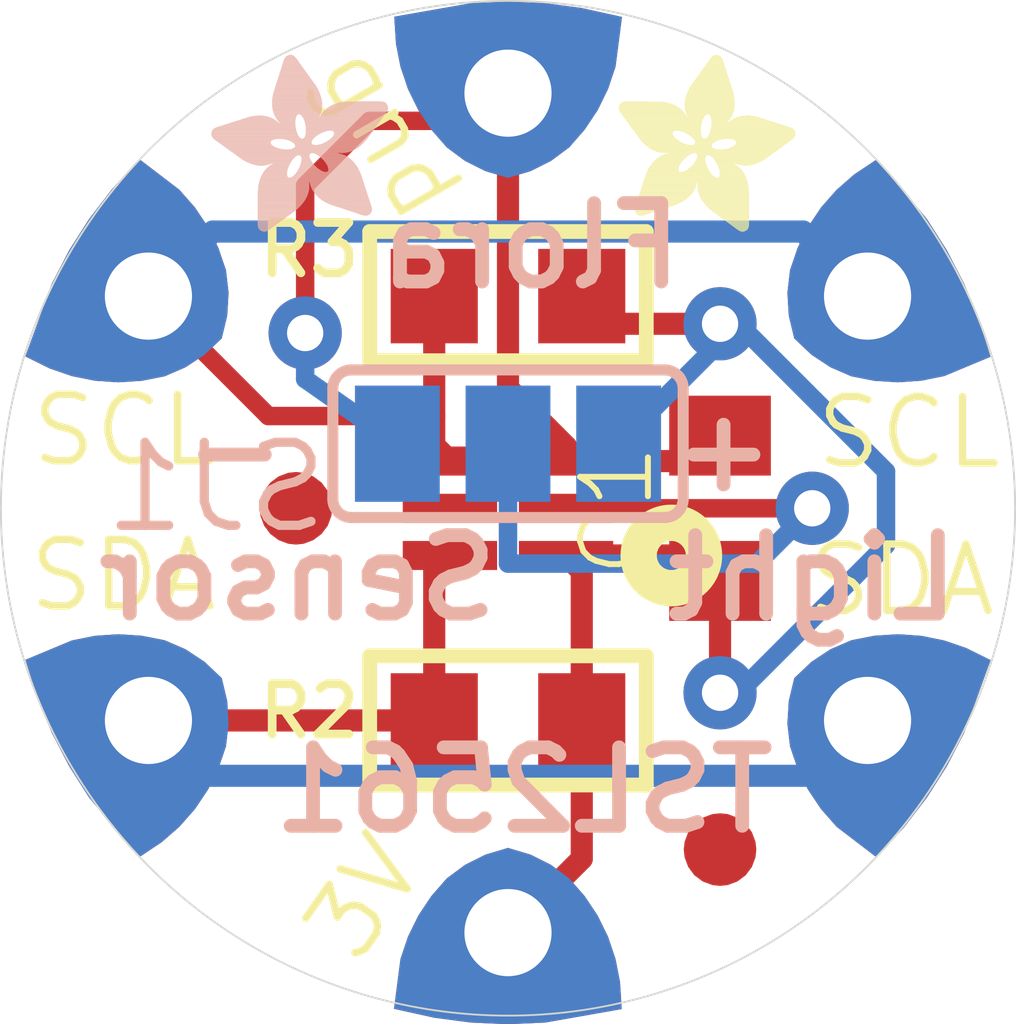
<source format=kicad_pcb>
(kicad_pcb (version 20211014) (generator pcbnew)
  (layers (0 "F.Cu" signal) (31 "B.Cu" signal) (34 "B.Paste" user) (35 "F.Paste" user) (36 "B.SilkS" user "B.Silkscreen") (37 "F.SilkS" user "F.Silkscreen") (38 "B.Mask" user) (39 "F.Mask" user) (44 "Edge.Cuts" user))
  (net 0 "")
  (net 1 "GND")
  (net 2 "3.3V")
  (net 3 "SDA")
  (net 4 "SCL")
  (net 5 "ADDR")
  (footprint "boardEagle:ADAFRUIT_2.5MM" (layer "F.Cu") (at 150.0251 101.1936)
    (fp_text reference "U$4" hide)
    (fp_text value "" hide)
  )
  (footprint "boardEagle:C0805K" (layer "F.Cu") (at 151.4221 105.0036 90)
    (fp_text reference "C1" (at -1 -0.875 90) (layer "F.SilkS") (effects (font (size 0.93472 0.93472) (thickness 0.08128)) (justify left bottom)))
    (fp_text value "0.1uF")
    (pad "1" smd rect (at -1 0 90) (size 1.1 1.4) (layers "F.Cu" "F.Paste" "F.Mask") (net 2 "3.3V"))
    (pad "2" smd rect (at 1 0 90) (size 1.1 1.4) (layers "F.Cu" "F.Paste" "F.Mask") (net 1 "GND"))
  )
  (footprint "boardEagle:SEWINGTAP_0.5" (layer "F.Cu") (at 153.4541 107.9246 -120)
    (fp_text reference "SDA1" hide)
    (fp_text value "SEWTAP0.5IN" hide)
    (fp_poly (pts (xy 0.510656 -1.238743) (xy 1.017424 -1.172026) (xy 1.570433 -1.049427) (xy 1.481621 -0.363766) (xy 1.377917 -0.056151) (xy 1.23587 0.233416) (xy 1.057243 0.501965) (xy 0.843327 0.746924) (xy 0.591455 0.933744) (xy 0.312122 1.07341) (xy 0 1.16625) (xy -0.312122 1.07341) (xy -0.591455 0.933744) (xy -0.843327 0.746924) (xy -1.057243 0.501967) (xy -1.235871 0.233417) (xy -1.377917 -0.056152) (xy -1.480952 -0.361783) (xy -1.543214 -0.678249) (xy -1.566969 -1.052671) (xy -0.512044 -1.238682) (xy 0 -1.261038)) (layer "F.Cu") (width 0) (fill solid))
    (fp_poly (pts (xy 0.510656 -1.238743) (xy 1.017424 -1.172026) (xy 1.570433 -1.049427) (xy 1.481621 -0.363766) (xy 1.377917 -0.056151) (xy 1.23587 0.233416) (xy 1.057243 0.501965) (xy 0.843327 0.746924) (xy 0.591455 0.933744) (xy 0.312122 1.07341) (xy 0 1.16625) (xy -0.312122 1.07341) (xy -0.591455 0.933744) (xy -0.843327 0.746924) (xy -1.057243 0.501967) (xy -1.235871 0.233417) (xy -1.377917 -0.056152) (xy -1.480952 -0.361783) (xy -1.543214 -0.678249) (xy -1.566969 -1.052671) (xy -0.512044 -1.238682) (xy 0 -1.261038)) (layer "B.Cu") (width 0) (fill solid))
    (pad "TAP" thru_hole circle (at 0 0 240) (size 2.1844 2.1844) (drill 1.2) (layers *.Cu *.Mask) (net 3 "SDA"))
  )
  (footprint "boardEagle:FIDUCIAL_1MM" (layer "F.Cu") (at 151.4221 109.7026)
    (fp_text reference "FID2" hide)
    (fp_text value "FIDUCIAL\"\"" hide)
    (pad "1" smd roundrect (at 0 0) (size 1 1) (layers "F.Cu" "F.Mask") (roundrect_rratio 0.5))
  )
  (footprint "boardEagle:_0805" (layer "F.Cu") (at 148.5011 107.9246)
    (fp_text reference "R2" (at -3.4925 -0.127) (layer "F.SilkS") (effects (font (size 0.692831 0.692831) (thickness 0.119969)) (justify left)))
    (fp_text value "10K")
    (pad "1" smd rect (at -1.016 0) (size 1.2 1.3) (layers "F.Cu" "F.Paste" "F.Mask") (net 3 "SDA"))
    (pad "2" smd rect (at 1.016 0) (size 1.2 1.3) (layers "F.Cu" "F.Paste" "F.Mask") (net 2 "3.3V"))
  )
  (footprint "boardEagle:SEWINGTAP_0.5" (layer "F.Cu") (at 148.5011 99.2886)
    (fp_text reference "GND0" hide)
    (fp_text value "SEWTAP0.5IN" hide)
    (fp_poly (pts (xy 0.510656 -1.238743) (xy 1.017424 -1.172026) (xy 1.570433 -1.049427) (xy 1.481621 -0.363766) (xy 1.377917 -0.056151) (xy 1.23587 0.233416) (xy 1.057243 0.501965) (xy 0.843327 0.746924) (xy 0.591455 0.933744) (xy 0.312122 1.07341) (xy 0 1.16625) (xy -0.312122 1.07341) (xy -0.591455 0.933744) (xy -0.843327 0.746924) (xy -1.057243 0.501967) (xy -1.235871 0.233417) (xy -1.377917 -0.056152) (xy -1.480952 -0.361783) (xy -1.543214 -0.678249) (xy -1.566969 -1.052671) (xy -0.512044 -1.238682) (xy 0 -1.261038)) (layer "F.Cu") (width 0) (fill solid))
    (fp_poly (pts (xy 0.510656 -1.238743) (xy 1.017424 -1.172026) (xy 1.570433 -1.049427) (xy 1.481621 -0.363766) (xy 1.377917 -0.056151) (xy 1.23587 0.233416) (xy 1.057243 0.501965) (xy 0.843327 0.746924) (xy 0.591455 0.933744) (xy 0.312122 1.07341) (xy 0 1.16625) (xy -0.312122 1.07341) (xy -0.591455 0.933744) (xy -0.843327 0.746924) (xy -1.057243 0.501967) (xy -1.235871 0.233417) (xy -1.377917 -0.056152) (xy -1.480952 -0.361783) (xy -1.543214 -0.678249) (xy -1.566969 -1.052671) (xy -0.512044 -1.238682) (xy 0 -1.261038)) (layer "B.Cu") (width 0) (fill solid))
    (pad "TAP" thru_hole circle (at 0 0) (size 2.1844 2.1844) (drill 1.2) (layers *.Cu *.Mask) (net 1 "GND"))
  )
  (footprint "boardEagle:SEWINGTAP_0.5" (layer "F.Cu") (at 143.5481 107.9246 120)
    (fp_text reference "SDA2" hide)
    (fp_text value "SEWTAP0.5IN" hide)
    (fp_poly (pts (xy 0.510656 -1.238743) (xy 1.017424 -1.172026) (xy 1.570433 -1.049427) (xy 1.481621 -0.363766) (xy 1.377917 -0.056151) (xy 1.23587 0.233416) (xy 1.057243 0.501965) (xy 0.843327 0.746924) (xy 0.591455 0.933744) (xy 0.312122 1.07341) (xy 0 1.16625) (xy -0.312122 1.07341) (xy -0.591455 0.933744) (xy -0.843327 0.746924) (xy -1.057243 0.501967) (xy -1.235871 0.233417) (xy -1.377917 -0.056152) (xy -1.480952 -0.361783) (xy -1.543214 -0.678249) (xy -1.566969 -1.052671) (xy -0.512044 -1.238682) (xy 0 -1.261038)) (layer "F.Cu") (width 0) (fill solid))
    (fp_poly (pts (xy 0.510656 -1.238743) (xy 1.017424 -1.172026) (xy 1.570433 -1.049427) (xy 1.481621 -0.363766) (xy 1.377917 -0.056151) (xy 1.23587 0.233416) (xy 1.057243 0.501965) (xy 0.843327 0.746924) (xy 0.591455 0.933744) (xy 0.312122 1.07341) (xy 0 1.16625) (xy -0.312122 1.07341) (xy -0.591455 0.933744) (xy -0.843327 0.746924) (xy -1.057243 0.501967) (xy -1.235871 0.233417) (xy -1.377917 -0.056152) (xy -1.480952 -0.361783) (xy -1.543214 -0.678249) (xy -1.566969 -1.052671) (xy -0.512044 -1.238682) (xy 0 -1.261038)) (layer "B.Cu") (width 0) (fill solid))
    (pad "TAP" thru_hole circle (at 0 0 120) (size 2.1844 2.1844) (drill 1.2) (layers *.Cu *.Mask) (net 3 "SDA"))
  )
  (footprint "boardEagle:SEWINGTAP_0.5" (layer "F.Cu") (at 143.5481 102.0826 60)
    (fp_text reference "SCL2" hide)
    (fp_text value "SEWTAP0.5IN" hide)
    (fp_poly (pts (xy 0.510656 -1.238743) (xy 1.017424 -1.172026) (xy 1.570433 -1.049427) (xy 1.481621 -0.363766) (xy 1.377917 -0.056151) (xy 1.23587 0.233416) (xy 1.057243 0.501965) (xy 0.843327 0.746924) (xy 0.591455 0.933744) (xy 0.312122 1.07341) (xy 0 1.16625) (xy -0.312122 1.07341) (xy -0.591455 0.933744) (xy -0.843327 0.746924) (xy -1.057243 0.501967) (xy -1.235871 0.233417) (xy -1.377917 -0.056152) (xy -1.480952 -0.361783) (xy -1.543214 -0.678249) (xy -1.566969 -1.052671) (xy -0.512044 -1.238682) (xy 0 -1.261038)) (layer "F.Cu") (width 0) (fill solid))
    (fp_poly (pts (xy 0.510656 -1.238743) (xy 1.017424 -1.172026) (xy 1.570433 -1.049427) (xy 1.481621 -0.363766) (xy 1.377917 -0.056151) (xy 1.23587 0.233416) (xy 1.057243 0.501965) (xy 0.843327 0.746924) (xy 0.591455 0.933744) (xy 0.312122 1.07341) (xy 0 1.16625) (xy -0.312122 1.07341) (xy -0.591455 0.933744) (xy -0.843327 0.746924) (xy -1.057243 0.501967) (xy -1.235871 0.233417) (xy -1.377917 -0.056152) (xy -1.480952 -0.361783) (xy -1.543214 -0.678249) (xy -1.566969 -1.052671) (xy -0.512044 -1.238682) (xy 0 -1.261038)) (layer "B.Cu") (width 0) (fill solid))
    (pad "TAP" thru_hole circle (at 0 0 60) (size 2.1844 2.1844) (drill 1.2) (layers *.Cu *.Mask) (net 4 "SCL"))
  )
  (footprint "boardEagle:_0805" (layer "F.Cu") (at 148.5011 102.0826)
    (fp_text reference "R3" (at -3.4925 -0.635) (layer "F.SilkS") (effects (font (size 0.692831 0.692831) (thickness 0.119969)) (justify left)))
    (fp_text value "10K")
    (pad "1" smd rect (at -1.016 0) (size 1.2 1.3) (layers "F.Cu" "F.Paste" "F.Mask") (net 4 "SCL"))
    (pad "2" smd rect (at 1.016 0) (size 1.2 1.3) (layers "F.Cu" "F.Paste" "F.Mask") (net 2 "3.3V"))
  )
  (footprint "boardEagle:SEWINGTAP_0.5" (layer "F.Cu") (at 148.5011 110.8456 180)
    (fp_text reference "VCC0" hide)
    (fp_text value "SEWTAP0.5IN" hide)
    (fp_poly (pts (xy 0.510656 -1.238743) (xy 1.017424 -1.172026) (xy 1.570433 -1.049427) (xy 1.481621 -0.363766) (xy 1.377917 -0.056151) (xy 1.23587 0.233416) (xy 1.057243 0.501965) (xy 0.843327 0.746924) (xy 0.591455 0.933744) (xy 0.312122 1.07341) (xy 0 1.16625) (xy -0.312122 1.07341) (xy -0.591455 0.933744) (xy -0.843327 0.746924) (xy -1.057243 0.501967) (xy -1.235871 0.233417) (xy -1.377917 -0.056152) (xy -1.480952 -0.361783) (xy -1.543214 -0.678249) (xy -1.566969 -1.052671) (xy -0.512044 -1.238682) (xy 0 -1.261038)) (layer "F.Cu") (width 0) (fill solid))
    (fp_poly (pts (xy 0.510656 -1.238743) (xy 1.017424 -1.172026) (xy 1.570433 -1.049427) (xy 1.481621 -0.363766) (xy 1.377917 -0.056151) (xy 1.23587 0.233416) (xy 1.057243 0.501965) (xy 0.843327 0.746924) (xy 0.591455 0.933744) (xy 0.312122 1.07341) (xy 0 1.16625) (xy -0.312122 1.07341) (xy -0.591455 0.933744) (xy -0.843327 0.746924) (xy -1.057243 0.501967) (xy -1.235871 0.233417) (xy -1.377917 -0.056152) (xy -1.480952 -0.361783) (xy -1.543214 -0.678249) (xy -1.566969 -1.052671) (xy -0.512044 -1.238682) (xy 0 -1.261038)) (layer "B.Cu") (width 0) (fill solid))
    (pad "TAP" thru_hole circle (at 0 0 180) (size 2.1844 2.1844) (drill 1.2) (layers *.Cu *.Mask) (net 2 "3.3V"))
  )
  (footprint "boardEagle:FIDUCIAL_1MM" (layer "F.Cu") (at 145.5801 105.0036)
    (fp_text reference "FID1" hide)
    (fp_text value "FIDUCIAL\"\"" hide)
    (pad "1" smd roundrect (at 0 0) (size 1 1) (layers "F.Cu" "F.Mask") (roundrect_rratio 0.5))
  )
  (footprint "boardEagle:TSL2561_FN" (layer "F.Cu") (at 148.5011 105.0036 180)
    (fp_text reference "U2")
    (fp_text value "TSL2561")
    (pad "ADR" smd rect (at -0.8 0 180) (size 1.3 0.4) (layers "F.Cu" "F.Mask") (net 5 "ADDR"))
    (pad "CLK" smd rect (at 0.8 0.65 180) (size 1.3 0.4) (layers "F.Cu" "F.Mask") (net 4 "SCL"))
    (pad "DATA" smd rect (at 0.8 -0.65 180) (size 1.3 0.4) (layers "F.Cu" "F.Mask") (net 3 "SDA"))
    (pad "INT" smd rect (at 0.8 0 180) (size 1.3 0.4) (layers "F.Cu" "F.Mask"))
    (pad "VDD" smd rect (at -0.8 -0.65 180) (size 1.3 0.4) (layers "F.Cu" "F.Mask") (net 2 "3.3V"))
    (pad "VSS" smd rect (at -0.8 0.65 180) (size 1.3 0.4) (layers "F.Cu" "F.Mask") (net 1 "GND"))
  )
  (footprint "boardEagle:SEWINGTAP_0.5" (layer "F.Cu") (at 153.4541 102.0826 -60)
    (fp_text reference "SCL1" hide)
    (fp_text value "SEWTAP0.5IN" hide)
    (fp_poly (pts (xy 0.510656 -1.238743) (xy 1.017424 -1.172026) (xy 1.570433 -1.049427) (xy 1.481621 -0.363766) (xy 1.377917 -0.056151) (xy 1.23587 0.233416) (xy 1.057243 0.501965) (xy 0.843327 0.746924) (xy 0.591455 0.933744) (xy 0.312122 1.07341) (xy 0 1.16625) (xy -0.312122 1.07341) (xy -0.591455 0.933744) (xy -0.843327 0.746924) (xy -1.057243 0.501967) (xy -1.235871 0.233417) (xy -1.377917 -0.056152) (xy -1.480952 -0.361783) (xy -1.543214 -0.678249) (xy -1.566969 -1.052671) (xy -0.512044 -1.238682) (xy 0 -1.261038)) (layer "F.Cu") (width 0) (fill solid))
    (fp_poly (pts (xy 0.510656 -1.238743) (xy 1.017424 -1.172026) (xy 1.570433 -1.049427) (xy 1.481621 -0.363766) (xy 1.377917 -0.056151) (xy 1.23587 0.233416) (xy 1.057243 0.501965) (xy 0.843327 0.746924) (xy 0.591455 0.933744) (xy 0.312122 1.07341) (xy 0 1.16625) (xy -0.312122 1.07341) (xy -0.591455 0.933744) (xy -0.843327 0.746924) (xy -1.057243 0.501967) (xy -1.235871 0.233417) (xy -1.377917 -0.056152) (xy -1.480952 -0.361783) (xy -1.543214 -0.678249) (xy -1.566969 -1.052671) (xy -0.512044 -1.238682) (xy 0 -1.261038)) (layer "B.Cu") (width 0) (fill solid))
    (pad "TAP" thru_hole circle (at 0 0 300) (size 2.1844 2.1844) (drill 1.2) (layers *.Cu *.Mask) (net 4 "SCL"))
  )
  (footprint "boardEagle:SJ_2" (layer "B.Cu") (at 148.5011 104.1146)
    (fp_text reference "SJ1" (at -2.413 1.27 180) (layer "B.SilkS") (effects (font (size 1.143 1.143) (thickness 0.127)) (justify left bottom mirror)))
    (fp_text value "")
    (pad "1" smd rect (at -1.524 0) (size 1.1684 1.6002) (layers "B.Cu" "B.Paste" "B.Mask") (net 1 "GND"))
    (pad "2" smd rect (at 0 0) (size 1.1684 1.6002) (layers "B.Cu" "B.Paste" "B.Mask") (net 5 "ADDR"))
    (pad "3" smd rect (at 1.524 0) (size 1.1684 1.6002) (layers "B.Cu" "B.Paste" "B.Mask") (net 2 "3.3V"))
  )
  (footprint "boardEagle:ADAFRUIT_2.5MM" (layer "B.Cu") (at 146.8501 101.1936 180)
    (fp_text reference "U$3" hide)
    (fp_text value "" hide)
  )
  (gr_circle (center 148.5011 105.0036) (end 155.4861 105.0036) (layer "Edge.Cuts") (width 0.0254) (fill none))
  (gr_text "+" (at 152.2641 104.8176) (layer "B.SilkS") (effects (font (size 1.0795 1.0795) (thickness 0.1905)) (justify left bottom mirror)))
  (gr_text "Light" (at 154.8041 106.5956) (layer "B.SilkS") (effects (font (size 1.0795 1.0795) (thickness 0.1905)) (justify left bottom mirror)))
  (gr_text "Sensor" (at 148.4541 106.5956) (layer "B.SilkS") (effects (font (size 1.0795 1.0795) (thickness 0.1905)) (justify left bottom mirror)))
  (gr_text "Flora" (at 150.9941 102.0236) (layer "B.SilkS") (effects (font (size 1.0795 1.0795) (thickness 0.1905)) (justify left bottom mirror)))
  (gr_text "-" (at 145.5331 104.8176) (layer "B.SilkS") (effects (font (size 1.0795 1.0795) (thickness 0.1905)) (justify left bottom mirror)))
  (gr_text "TSL2561" (at 152.2641 109.5166) (layer "B.SilkS") (effects (font (size 1.0795 1.0795) (thickness 0.1905)) (justify left bottom mirror)))
  (gr_text "SCL" (at 141.880088 104.466132) (layer "F.SilkS") (effects (font (size 0.9144 0.9144) (thickness 0.1016)) (justify left bottom)))
  (gr_text "SDA" (at 141.846057 106.4641) (layer "F.SilkS") (effects (font (size 0.9144 0.9144) (thickness 0.1016)) (justify left bottom)))
  (gr_text "SCL" (at 152.6921 104.4956) (layer "F.SilkS") (effects (font (size 0.9144 0.9144) (thickness 0.1016)) (justify left bottom)))
  (gr_text "gnd" (at 147.9931 100.6856 300) (layer "F.SilkS") (effects (font (size 0.9144 0.9144) (thickness 0.1016)) (justify right top)))
  (gr_text "SDA" (at 152.5651 106.5276) (layer "F.SilkS") (effects (font (size 0.9144 0.9144) (thickness 0.1016)) (justify left bottom)))
  (gr_text "3V" (at 146.5961 109.3216 55) (layer "F.SilkS") (effects (font (size 0.9144 0.9144) (thickness 0.1016)) (justify right top)))
  (segment (start 146.5961 99.6696) (end 148.1201 99.6696) (width 0.254) (layer "F.Cu") (net 1))
  (segment (start 145.7071 102.5906) (end 145.7071 100.5586) (width 0.254) (layer "F.Cu") (net 1))
  (segment (start 149.3011 104.1526) (end 149.3011 104.3536) (width 0.3048) (layer "F.Cu") (net 1))
  (segment (start 148.1201 99.6696) (end 148.5011 99.2886) (width 0.254) (layer "F.Cu") (net 1))
  (segment (start 148.5011 99.2886) (end 148.5011 103.3526) (width 0.3048) (layer "F.Cu") (net 1))
  (segment (start 145.7071 100.5586) (end 146.5961 99.6696) (width 0.254) (layer "F.Cu") (net 1))
  (segment (start 151.2221 104.3536) (end 149.3011 104.3536) (width 0.3048) (layer "F.Cu") (net 1))
  (segment (start 148.5011 103.3526) (end 149.3011 104.1526) (width 0.3048) (layer "F.Cu") (net 1))
  (segment (start 151.4221 104.0036) (end 151.2221 104.3536) (width 0.3048) (layer "F.Cu") (net 1))
  (via (at 145.7071 102.5906) (size 1.008) (drill 0.5) (layers "F.Cu" "B.Cu") (net 1))
  (segment (start 146.9771 104.1146) (end 145.7071 103.2256) (width 0.254) (layer "B.Cu") (net 1))
  (segment (start 145.7071 103.2256) (end 145.7071 102.5906) (width 0.254) (layer "B.Cu") (net 1))
  (segment (start 151.4221 106.0036) (end 151.0651 105.6536) (width 0.3048) (layer "F.Cu") (net 2))
  (segment (start 149.5171 107.9246) (end 149.5171 105.8696) (width 0.3048) (layer "F.Cu") (net 2))
  (segment (start 149.5171 105.8696) (end 149.3011 105.6536) (width 0.3048) (layer "F.Cu") (net 2))
  (segment (start 148.5011 110.8456) (end 149.5171 109.8296) (width 0.3048) (layer "F.Cu") (net 2))
  (segment (start 151.0651 105.6536) (end 149.3011 105.6536) (width 0.3048) (layer "F.Cu") (net 2))
  (segment (start 149.5171 102.0826) (end 149.8981 102.4636) (width 0.3048) (layer "F.Cu") (net 2))
  (segment (start 149.5171 109.8296) (end 149.5171 107.9246) (width 0.3048) (layer "F.Cu") (net 2))
  (segment (start 149.8981 102.4636) (end 151.4221 102.4636) (width 0.3048) (layer "F.Cu") (net 2))
  (segment (start 151.4221 107.5436) (end 151.4221 106.0036) (width 0.3048) (layer "F.Cu") (net 2))
  (via (at 151.4221 107.5436) (size 1.008) (drill 0.5) (layers "F.Cu" "B.Cu") (net 2))
  (via (at 151.4221 102.4636) (size 1.008) (drill 0.5) (layers "F.Cu" "B.Cu") (net 2))
  (segment (start 151.4221 102.7176) (end 151.4221 102.4636) (width 0.254) (layer "B.Cu") (net 2))
  (segment (start 150.0251 104.1146) (end 151.4221 102.7176) (width 0.254) (layer "B.Cu") (net 2))
  (segment (start 153.7081 105.5116) (end 153.7081 104.4956) (width 0.254) (layer "B.Cu") (net 2))
  (segment (start 153.7081 104.4956) (end 151.6761 102.4636) (width 0.254) (layer "B.Cu") (net 2))
  (segment (start 151.6761 107.5436) (end 153.7081 105.5116) (width 0.254) (layer "B.Cu") (net 2))
  (segment (start 151.6761 102.4636) (end 151.4221 102.4636) (width 0.254) (layer "B.Cu") (net 2))
  (segment (start 151.4221 107.5436) (end 151.6761 107.5436) (width 0.254) (layer "B.Cu") (net 2))
  (segment (start 143.5481 107.9246) (end 147.4851 107.9246) (width 0.3048) (layer "F.Cu") (net 3))
  (segment (start 147.4851 107.9246) (end 147.4851 105.8696) (width 0.3048) (layer "F.Cu") (net 3))
  (segment (start 147.4851 105.8696) (end 147.7011 105.6536) (width 0.3048) (layer "F.Cu") (net 3))
  (segment (start 143.5481 107.9246) (end 144.3101 108.6866) (width 0.3048) (layer "B.Cu") (net 3))
  (segment (start 144.3101 108.6866) (end 152.6921 108.6866) (width 0.3048) (layer "B.Cu") (net 3))
  (segment (start 152.6921 108.6866) (end 153.4541 107.9246) (width 0.3048) (layer "B.Cu") (net 3))
  (segment (start 147.4851 103.7336) (end 147.4851 102.0826) (width 0.3048) (layer "F.Cu") (net 4))
  (segment (start 147.4851 104.1376) (end 147.4851 103.7336) (width 0.3048) (layer "F.Cu") (net 4))
  (segment (start 145.1991 103.7336) (end 147.4851 103.7336) (width 0.254) (layer "F.Cu") (net 4))
  (segment (start 143.5481 102.0826) (end 145.1991 103.7336) (width 0.254) (layer "F.Cu") (net 4))
  (segment (start 147.7011 104.3536) (end 147.4851 104.1376) (width 0.3048) (layer "F.Cu") (net 4))
  (segment (start 152.5651 101.1936) (end 144.4371 101.1936) (width 0.3048) (layer "B.Cu") (net 4))
  (segment (start 144.4371 101.1936) (end 143.5481 102.0826) (width 0.3048) (layer "B.Cu") (net 4))
  (segment (start 153.4541 102.0826) (end 152.5651 101.1936) (width 0.3048) (layer "B.Cu") (net 4))
  (segment (start 152.6921 105.0036) (end 149.3011 105.0036) (width 0.254) (layer "F.Cu") (net 5))
  (via (at 152.6921 105.0036) (size 1.008) (drill 0.5) (layers "F.Cu" "B.Cu") (net 5))
  (segment (start 148.5011 105.7656) (end 151.9301 105.7656) (width 0.254) (layer "B.Cu") (net 5))
  (segment (start 151.9301 105.7656) (end 152.6921 105.0036) (width 0.254) (layer "B.Cu") (net 5))
  (segment (start 148.5011 104.1146) (end 148.5011 105.7656) (width 0.254) (layer "B.Cu") (net 5))
)
</source>
